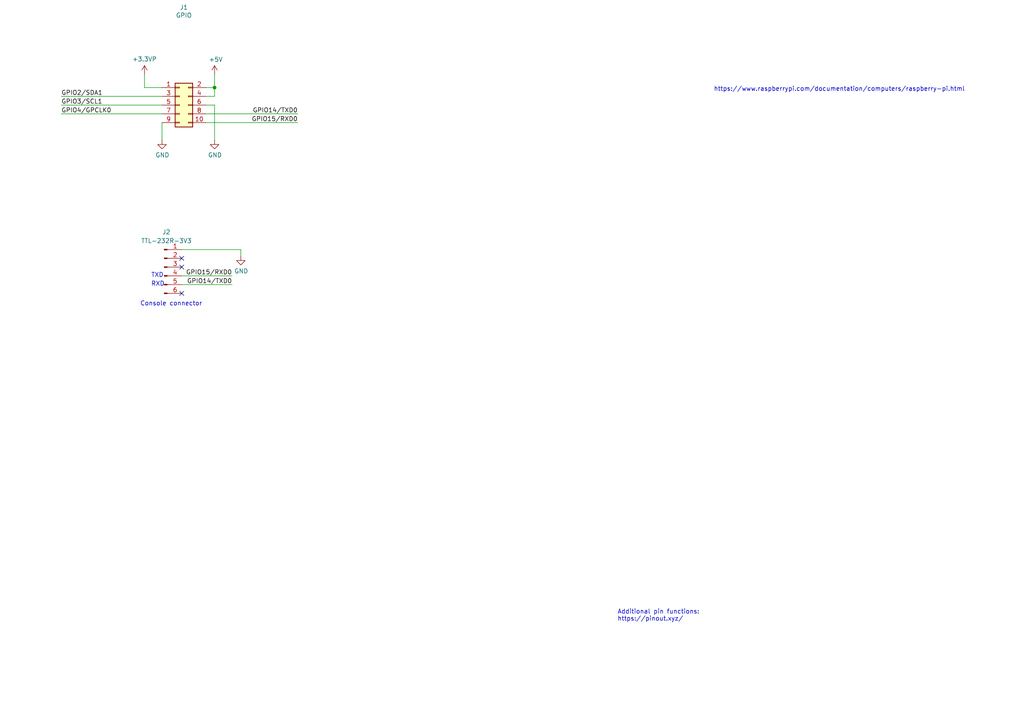
<source format=kicad_sch>
(kicad_sch (version 20231120) (generator "eeschema") (generator_version "8.0")
  (paper "A4")
  (title_block (title "RPI HAT UART") (date "2024-03-27") (rev "V1"))
  (lib_symbols
    (symbol "Connector:Conn_01x06_Pin" (pin_names (offset 1.016) hide)
      (property "Reference" "J" (at 0 7.62 0))
      (property "Value" "Conn_01x06_Pin" (at 0 -10.16 0))
      (symbol "Conn_01x06_Pin_1_1"
        (polyline (pts (xy 1.27 -7.62) (xy 0.8636 -7.62)) (stroke (width 0.1524)))
        (polyline (pts (xy 1.27 -5.08) (xy 0.8636 -5.08)) (stroke (width 0.1524)))
        (polyline (pts (xy 1.27 -2.54) (xy 0.8636 -2.54)) (stroke (width 0.1524)))
        (polyline (pts (xy 1.27 0) (xy 0.8636 0)) (stroke (width 0.1524)))
        (polyline (pts (xy 1.27 2.54) (xy 0.8636 2.54)) (stroke (width 0.1524)))
        (polyline (pts (xy 1.27 5.08) (xy 0.8636 5.08)) (stroke (width 0.1524)))
        (rectangle (start 0.8636 -7.493) (end 0 -7.747) (stroke (width 0.1524)) (fill (type outline)))
        (rectangle (start 0.8636 -4.953) (end 0 -5.207) (stroke (width 0.1524)) (fill (type outline)))
        (rectangle (start 0.8636 -2.413) (end 0 -2.667) (stroke (width 0.1524)) (fill (type outline)))
        (rectangle (start 0.8636 0.127) (end 0 -0.127) (stroke (width 0.1524)) (fill (type outline)))
        (rectangle (start 0.8636 2.667) (end 0 2.413) (stroke (width 0.1524)) (fill (type outline)))
        (rectangle (start 0.8636 5.207) (end 0 4.953) (stroke (width 0.1524)) (fill (type outline)))
        (pin passive line (at 5.08 5.08 180) (length 3.81) (name "Pin_1") (number "1"))
        (pin passive line (at 5.08 2.54 180) (length 3.81) (name "Pin_2") (number "2"))
        (pin passive line (at 5.08 0 180) (length 3.81) (name "Pin_3") (number "3"))
        (pin passive line (at 5.08 -2.54 180) (length 3.81) (name "Pin_4") (number "4"))
        (pin passive line (at 5.08 -5.08 180) (length 3.81) (name "Pin_5") (number "5"))
        (pin passive line (at 5.08 -7.62 180) (length 3.81) (name "Pin_6") (number "6"))
      )
    )
    (symbol "Connector_Generic:Conn_02x05_Odd_Even" (pin_names (offset 1.016) hide)
      (property "Reference" "J" (at 1.27 7.62 0))
      (property "Value" "Conn_02x05_Odd_Even" (at 1.27 -7.62 0))
      (symbol "Conn_02x05_Odd_Even_1_1"
        (rectangle (start -1.27 -4.953) (end 0 -5.207) (stroke (width 0.1524)))
        (rectangle (start -1.27 -2.413) (end 0 -2.667) (stroke (width 0.1524)))
        (rectangle (start -1.27 0.127) (end 0 -0.127) (stroke (width 0.1524)))
        (rectangle (start -1.27 2.667) (end 0 2.413) (stroke (width 0.1524)))
        (rectangle (start -1.27 5.207) (end 0 4.953) (stroke (width 0.1524)))
        (rectangle (start -1.27 6.35) (end 3.81 -6.35) (stroke (width 0.254)) (fill (type background)))
        (rectangle (start 3.81 -4.953) (end 2.54 -5.207) (stroke (width 0.1524)))
        (rectangle (start 3.81 -2.413) (end 2.54 -2.667) (stroke (width 0.1524)))
        (rectangle (start 3.81 0.127) (end 2.54 -0.127) (stroke (width 0.1524)))
        (rectangle (start 3.81 2.667) (end 2.54 2.413) (stroke (width 0.1524)))
        (rectangle (start 3.81 5.207) (end 2.54 4.953) (stroke (width 0.1524)))
        (pin passive line (at -5.08 5.08 0) (length 3.81) (name "Pin_1") (number "1"))
        (pin passive line (at 7.62 -5.08 180) (length 3.81) (name "Pin_10") (number "10"))
        (pin passive line (at 7.62 5.08 180) (length 3.81) (name "Pin_2") (number "2"))
        (pin passive line (at -5.08 2.54 0) (length 3.81) (name "Pin_3") (number "3"))
        (pin passive line (at 7.62 2.54 180) (length 3.81) (name "Pin_4") (number "4"))
        (pin passive line (at -5.08 0 0) (length 3.81) (name "Pin_5") (number "5"))
        (pin passive line (at 7.62 0 180) (length 3.81) (name "Pin_6") (number "6"))
        (pin passive line (at -5.08 -2.54 0) (length 3.81) (name "Pin_7") (number "7"))
        (pin passive line (at 7.62 -2.54 180) (length 3.81) (name "Pin_8") (number "8"))
        (pin passive line (at -5.08 -5.08 0) (length 3.81) (name "Pin_9") (number "9"))
      )
    )
    (symbol "power:+3.3VP" (power) (pin_names (offset 0))
      (property "Value" "+3.3VP" (at 0 2.54 0))
      (symbol "+3.3VP_0_0"
        (pin power_in line (at 0 0 90) (length 0) hide (name "+3.3VP") (number "1"))
      )
      (symbol "+3.3VP_0_1"
        (polyline (pts (xy -0.762 1.27) (xy 0 2.54)))
        (polyline (pts (xy 0 0) (xy 0 2.54)))
        (polyline (pts (xy 0 2.54) (xy 0.762 1.27)))
      )
    )
    (symbol "power:+5V" (power) (pin_names (offset 0))
      (property "Value" "+5V" (at 0 3.556 0))
      (symbol "+5V_0_1"
        (polyline (pts (xy -0.762 1.27) (xy 0 2.54)))
        (polyline (pts (xy 0 0) (xy 0 2.54)))
        (polyline (pts (xy 0 2.54) (xy 0.762 1.27)))
      )
      (symbol "+5V_1_1"
        (pin power_in line (at 0 0 90) (length 0) hide (name "+5V") (number "1"))
      )
    )
    (symbol "power:GND" (power) (pin_names (offset 0))
      (property "Value" "GND" (at 0 -3.81 0))
      (symbol "GND_0_1"
        (polyline (pts (xy 0 0) (xy 0 -1.27) (xy 1.27 -1.27) (xy 0 -2.54) (xy -1.27 -1.27) (xy 0 -1.27)))
      )
      (symbol "GND_1_1"
        (pin power_in line (at 0 0 270) (length 0) hide (name "GND") (number "1"))
      )
    )
  )
  (junction (at 62.23 25.4))
  (no_connect (at 52.705 74.93))
  (no_connect (at 52.705 77.47))
  (no_connect (at 52.705 85.09))
  (wire (pts (xy 62.23 30.48) (xy 62.23 40.64)))
  (wire (pts (xy 62.23 27.94) (xy 62.23 25.4)))
  (wire (pts (xy 59.69 33.02) (xy 86.36 33.02)))
  (wire (pts (xy 59.69 27.94) (xy 62.23 27.94)))
  (wire (pts (xy 41.91 21.59) (xy 41.91 25.4)))
  (wire (pts (xy 69.85 72.39) (xy 52.705 72.39)))
  (wire (pts (xy 17.78 30.48) (xy 46.99 30.48)))
  (wire (pts (xy 46.99 27.94) (xy 17.78 27.94)))
  (wire (pts (xy 62.23 25.4) (xy 62.23 21.59)))
  (wire (pts (xy 17.78 33.02) (xy 46.99 33.02)))
  (wire (pts (xy 59.69 35.56) (xy 86.36 35.56)))
  (wire (pts (xy 59.69 25.4) (xy 62.23 25.4)))
  (wire (pts (xy 52.705 82.55) (xy 67.31 82.55)))
  (wire (pts (xy 52.705 80.01) (xy 67.31 80.01)))
  (wire (pts (xy 62.23 30.48) (xy 59.69 30.48)))
  (wire (pts (xy 69.85 74.295) (xy 69.85 72.39)))
  (wire (pts (xy 46.99 35.56) (xy 46.99 40.64)))
  (wire (pts (xy 41.91 25.4) (xy 46.99 25.4)))
  (text "TXD" (at 43.815 80.645 0) (effects (font (size 1.27 1.27)) (justify left bottom)))
  (text "Console connector" (at 40.64 88.9 0) (effects (font (size 1.27 1.27)) (justify left bottom)))
  (text "https://www.raspberrypi.com/documentation/computers/raspberry-pi.html\n" (at 207.01 26.67 0) (effects (font (size 1.27 1.27)) (justify left bottom)))
  (text "RXD" (at 43.815 83.185 0) (effects (font (size 1.27 1.27)) (justify left bottom)))
  (text "Additional pin functions:\nhttps://pinout.xyz/" (at 179.07 180.34 0) (effects (font (size 1.27 1.27)) (justify left bottom)))
  (label "GPIO15{slash}RXD0" (at 67.31 80.01 180))
  (label "GPIO4{slash}GPCLK0" (at 17.78 33.02 0))
  (label "GPIO14{slash}TXD0" (at 86.36 33.02 180))
  (label "GPIO15{slash}RXD0" (at 86.36 35.56 180))
  (label "GPIO14{slash}TXD0" (at 67.31 82.55 180))
  (label "GPIO2{slash}SDA1" (at 17.78 27.94 0))
  (label "GPIO3{slash}SCL1" (at 17.78 30.48 0))
  (symbol (lib_id "power:+5V") (at 62.23 21.59 0) (unit 1)
    (property "Reference" "#PWR01" (effects (hide yes)))
    (property "Value" "+5V" (at 62.5983 17.2656 0))
  )
  (symbol (lib_id "power:GND") (at 62.23 40.64 0) (unit 1)
    (property "Reference" "#PWR02" (effects (hide yes)))
    (property "Value" "GND" (at 62.3443 44.9644 0))
  )
  (symbol (lib_id "power:GND") (at 46.99 40.64 0) (unit 1)
    (property "Reference" "#PWR03" (effects (hide yes)))
    (property "Value" "GND" (at 47.1043 44.9644 0))
  )
  (symbol (lib_id "Connector_Generic:Conn_02x05_Odd_Even") (at 52.07 30.48 0) (unit 1)
    (property "Reference" "J1" (at 53.34 2.1398 0))
    (property "Value" "GPIO" (at 53.34 4.445 0))
    (property "Footprint" "Connector_PinHeader_2.54mm:PinHeader_2x05_P2.54mm_Vertical" (effects (hide yes)))
    (property "Description" "Generic connector, double row, 02x05, odd/even pin numbering scheme (row 1 odd numbers, row 2 even numbers), script generated (kicad-library-utils/schlib/autogen/connector/)" (effects (hide yes)))
  )
  (symbol (lib_id "power:+3.3VP") (at 41.91 21.59 0) (unit 1)
    (property "Reference" "#PWR041" (effects (hide yes)))
    (property "Value" "+3.3VP" (at 41.91 17.145 0))
  )
  (symbol (lib_id "power:GND") (at 69.85 74.295 0) (unit 1)
    (property "Reference" "#PWR028" (effects (hide yes)))
    (property "Value" "GND" (at 69.9643 78.6194 0))
  )
  (symbol (lib_id "Connector:Conn_01x06_Pin") (at 47.625 77.47 0) (unit 1)
    (property "Reference" "J2" (at 48.26 67.31 0))
    (property "Value" "TTL-232R-3V3" (at 48.26 69.85 0))
    (property "Footprint" "Connector_PinHeader_2.54mm:PinHeader_1x06_P2.54mm_Vertical" (effects (hide yes)))
  )
)
</source>
